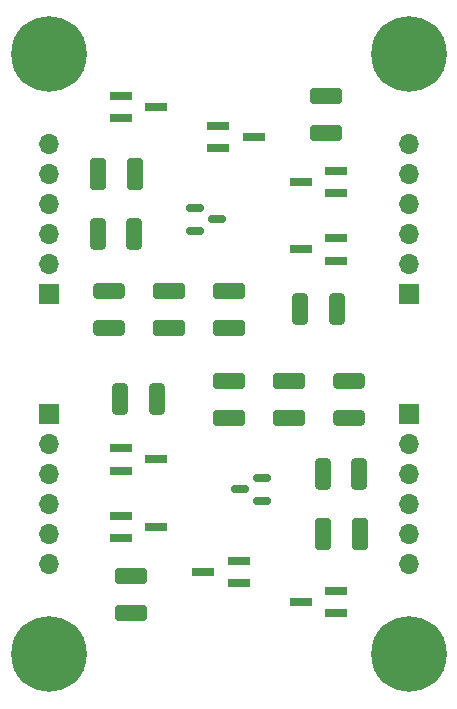
<source format=gts>
G04 #@! TF.GenerationSoftware,KiCad,Pcbnew,(6.0.9)*
G04 #@! TF.CreationDate,2022-11-27T21:58:06+01:00*
G04 #@! TF.ProjectId,SPI2WS2812,53504932-5753-4323-9831-322e6b696361,rev?*
G04 #@! TF.SameCoordinates,Original*
G04 #@! TF.FileFunction,Soldermask,Top*
G04 #@! TF.FilePolarity,Negative*
%FSLAX46Y46*%
G04 Gerber Fmt 4.6, Leading zero omitted, Abs format (unit mm)*
G04 Created by KiCad (PCBNEW (6.0.9)) date 2022-11-27 21:58:06*
%MOMM*%
%LPD*%
G01*
G04 APERTURE LIST*
G04 Aperture macros list*
%AMRoundRect*
0 Rectangle with rounded corners*
0 $1 Rounding radius*
0 $2 $3 $4 $5 $6 $7 $8 $9 X,Y pos of 4 corners*
0 Add a 4 corners polygon primitive as box body*
4,1,4,$2,$3,$4,$5,$6,$7,$8,$9,$2,$3,0*
0 Add four circle primitives for the rounded corners*
1,1,$1+$1,$2,$3*
1,1,$1+$1,$4,$5*
1,1,$1+$1,$6,$7*
1,1,$1+$1,$8,$9*
0 Add four rect primitives between the rounded corners*
20,1,$1+$1,$2,$3,$4,$5,0*
20,1,$1+$1,$4,$5,$6,$7,0*
20,1,$1+$1,$6,$7,$8,$9,0*
20,1,$1+$1,$8,$9,$2,$3,0*%
G04 Aperture macros list end*
%ADD10R,1.900000X0.800000*%
%ADD11RoundRect,0.250000X-1.075000X0.400000X-1.075000X-0.400000X1.075000X-0.400000X1.075000X0.400000X0*%
%ADD12R,1.700000X1.700000*%
%ADD13O,1.700000X1.700000*%
%ADD14RoundRect,0.250000X0.412500X1.100000X-0.412500X1.100000X-0.412500X-1.100000X0.412500X-1.100000X0*%
%ADD15RoundRect,0.150000X0.587500X0.150000X-0.587500X0.150000X-0.587500X-0.150000X0.587500X-0.150000X0*%
%ADD16C,0.800000*%
%ADD17C,6.400000*%
%ADD18RoundRect,0.250000X1.075000X-0.400000X1.075000X0.400000X-1.075000X0.400000X-1.075000X-0.400000X0*%
%ADD19RoundRect,0.250000X-0.400000X-1.075000X0.400000X-1.075000X0.400000X1.075000X-0.400000X1.075000X0*%
%ADD20RoundRect,0.250000X-1.100000X0.412500X-1.100000X-0.412500X1.100000X-0.412500X1.100000X0.412500X0*%
%ADD21RoundRect,0.250000X0.400000X1.075000X-0.400000X1.075000X-0.400000X-1.075000X0.400000X-1.075000X0*%
%ADD22RoundRect,0.150000X-0.587500X-0.150000X0.587500X-0.150000X0.587500X0.150000X-0.587500X0.150000X0*%
%ADD23RoundRect,0.250000X1.100000X-0.412500X1.100000X0.412500X-1.100000X0.412500X-1.100000X-0.412500X0*%
%ADD24RoundRect,0.250000X-0.412500X-1.100000X0.412500X-1.100000X0.412500X1.100000X-0.412500X1.100000X0*%
G04 APERTURE END LIST*
D10*
X95020000Y-94300000D03*
X95020000Y-96200000D03*
X98020000Y-95250000D03*
D11*
X93980000Y-81000000D03*
X93980000Y-84100000D03*
D10*
X105005000Y-105725000D03*
X105005000Y-103825000D03*
X102005000Y-104775000D03*
D12*
X88900000Y-81280000D03*
D13*
X88900000Y-78740000D03*
X88900000Y-76200000D03*
X88900000Y-73660000D03*
X88900000Y-71120000D03*
X88900000Y-68580000D03*
D14*
X115227500Y-101600000D03*
X112102500Y-101600000D03*
D10*
X113260000Y-78420000D03*
X113260000Y-76520000D03*
X110260000Y-77470000D03*
D15*
X106982500Y-98740000D03*
X106982500Y-96840000D03*
X105107500Y-97790000D03*
D16*
X119380000Y-109360000D03*
X117682944Y-110062944D03*
X121077056Y-113457056D03*
X119380000Y-114160000D03*
X116980000Y-111760000D03*
X121077056Y-110062944D03*
X121780000Y-111760000D03*
X117682944Y-113457056D03*
D17*
X119380000Y-111760000D03*
D18*
X114300000Y-91720000D03*
X114300000Y-88620000D03*
D10*
X113260000Y-108265000D03*
X113260000Y-106365000D03*
X110260000Y-107315000D03*
D19*
X93065000Y-76200000D03*
X96165000Y-76200000D03*
D20*
X104140000Y-88607500D03*
X104140000Y-91732500D03*
D19*
X110210000Y-82550000D03*
X113310000Y-82550000D03*
D20*
X112395000Y-64477500D03*
X112395000Y-67602500D03*
D21*
X98070000Y-90170000D03*
X94970000Y-90170000D03*
D17*
X88900000Y-111760000D03*
D16*
X91300000Y-111760000D03*
X90597056Y-110062944D03*
X86500000Y-111760000D03*
X88900000Y-114160000D03*
X87202944Y-113457056D03*
X87202944Y-110062944D03*
X88900000Y-109360000D03*
X90597056Y-113457056D03*
D22*
X101297500Y-73980000D03*
X101297500Y-75880000D03*
X103172500Y-74930000D03*
D23*
X99060000Y-84112500D03*
X99060000Y-80987500D03*
D20*
X109220000Y-88607500D03*
X109220000Y-91732500D03*
D21*
X115215000Y-96520000D03*
X112115000Y-96520000D03*
D10*
X95020000Y-100015000D03*
X95020000Y-101915000D03*
X98020000Y-100965000D03*
X103275000Y-66995000D03*
X103275000Y-68895000D03*
X106275000Y-67945000D03*
D24*
X93052500Y-71120000D03*
X96177500Y-71120000D03*
D10*
X95020000Y-64455000D03*
X95020000Y-66355000D03*
X98020000Y-65405000D03*
X113260000Y-72705000D03*
X113260000Y-70805000D03*
X110260000Y-71755000D03*
D16*
X87202944Y-62657056D03*
X86500000Y-60960000D03*
X90597056Y-62657056D03*
X88900000Y-58560000D03*
X91300000Y-60960000D03*
X88900000Y-63360000D03*
D17*
X88900000Y-60960000D03*
D16*
X90597056Y-59262944D03*
X87202944Y-59262944D03*
D17*
X119380000Y-60960000D03*
D16*
X119380000Y-63360000D03*
X121780000Y-60960000D03*
X121077056Y-59262944D03*
X117682944Y-59262944D03*
X116980000Y-60960000D03*
X117682944Y-62657056D03*
X121077056Y-62657056D03*
X119380000Y-58560000D03*
D23*
X95885000Y-108242500D03*
X95885000Y-105117500D03*
D12*
X119380000Y-91440000D03*
D13*
X119380000Y-93980000D03*
X119380000Y-96520000D03*
X119380000Y-99060000D03*
X119380000Y-101600000D03*
X119380000Y-104140000D03*
D23*
X104140000Y-84112500D03*
X104140000Y-80987500D03*
D12*
X88900000Y-91440000D03*
D13*
X88900000Y-93980000D03*
X88900000Y-96520000D03*
X88900000Y-99060000D03*
X88900000Y-101600000D03*
X88900000Y-104140000D03*
D12*
X119380000Y-81280000D03*
D13*
X119380000Y-78740000D03*
X119380000Y-76200000D03*
X119380000Y-73660000D03*
X119380000Y-71120000D03*
X119380000Y-68580000D03*
M02*

</source>
